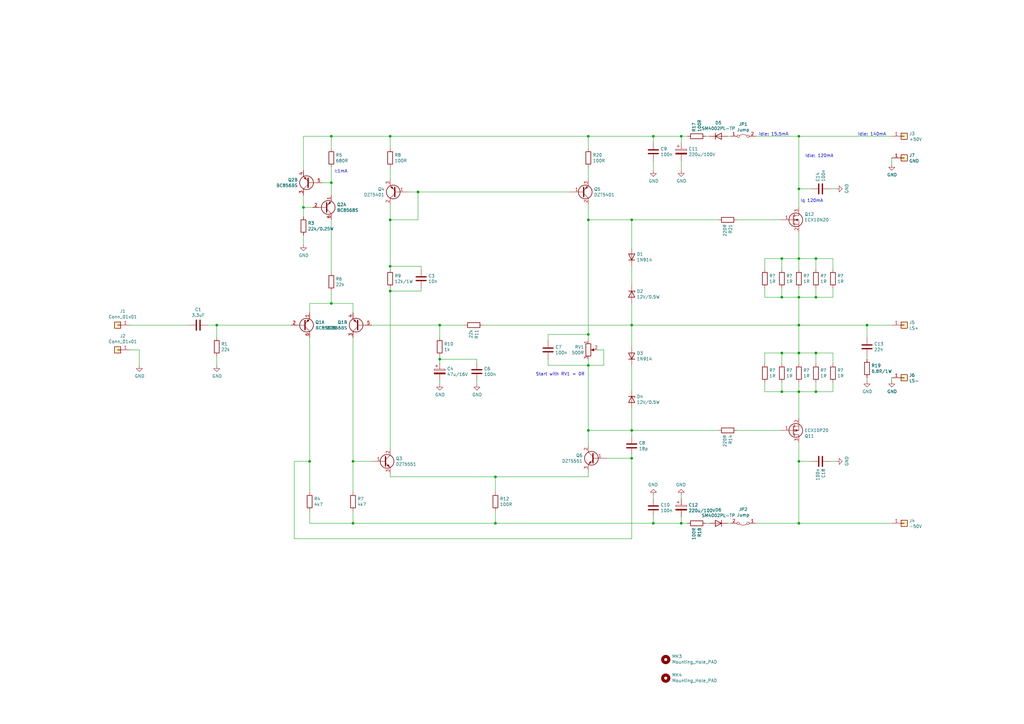
<source format=kicad_sch>
(kicad_sch (version 20211123) (generator eeschema)
  (paper "A3")
  (title_block (title "Lateral MOS FET 80W") (date "2022-12-30") (rev "v2d"))
  (lib_symbols
    (symbol "Connector_Generic:Conn_01x01" (pin_names (offset 1.016) hide)
      (property "Reference" "J" (at 0 2.54 0))
      (property "Value" "Conn_01x01" (at 0 -2.54 0))
      (symbol "Conn_01x01_1_1"
        (rectangle (start -1.27 0.127) (end 0 -0.127) (stroke (width 0.1524)))
        (rectangle (start -1.27 1.27) (end 1.27 -1.27) (stroke (width 0.254)) (fill (type background)))
        (pin passive line (at -5.08 0 0) (length 3.81) (name "Pin_1") (number "1"))
      )
    )
    (symbol "Device:C" (pin_numbers hide) (pin_names (offset 0.254))
      (property "Reference" "C" (at 0.635 2.54 0))
      (property "Value" "C" (at 0.635 -2.54 0))
      (symbol "C_0_1"
        (polyline (pts (xy -2.032 -0.762) (xy 2.032 -0.762)) (stroke (width 0.508)))
        (polyline (pts (xy -2.032 0.762) (xy 2.032 0.762)) (stroke (width 0.508)))
      )
      (symbol "C_1_1"
        (pin passive line (at 0 3.81 270) (length 2.794) (name "~") (number "1"))
        (pin passive line (at 0 -3.81 90) (length 2.794) (name "~") (number "2"))
      )
    )
    (symbol "Device:CP" (pin_numbers hide) (pin_names (offset 0.254))
      (property "Reference" "C" (at 0.635 2.54 0))
      (property "Value" "Device_CP" (at 0.635 -2.54 0))
      (symbol "CP_0_1"
        (rectangle (start -2.286 0.508) (end 2.286 1.016))
        (polyline (pts (xy -1.778 2.286) (xy -0.762 2.286)))
        (polyline (pts (xy -1.27 2.794) (xy -1.27 1.778)))
        (rectangle (start 2.286 -0.508) (end -2.286 -1.016) (fill (type outline)))
      )
      (symbol "CP_1_1"
        (pin passive line (at 0 3.81 270) (length 2.794) (name "~") (number "1"))
        (pin passive line (at 0 -3.81 90) (length 2.794) (name "~") (number "2"))
      )
    )
    (symbol "Device:R" (pin_numbers hide) (pin_names (offset 0))
      (property "Reference" "R" (at 2.032 0 90))
      (property "Value" "R" (at 0 0 90))
      (symbol "R_0_1"
        (rectangle (start -1.016 -2.54) (end 1.016 2.54) (stroke (width 0.254)))
      )
      (symbol "R_1_1"
        (pin passive line (at 0 3.81 270) (length 1.27) (name "~") (number "1"))
        (pin passive line (at 0 -3.81 90) (length 1.27) (name "~") (number "2"))
      )
    )
    (symbol "Device:R_POT" (pin_names (offset 1.016) hide)
      (property "Reference" "RV" (at -4.445 0 90))
      (property "Value" "Device_R_POT" (at -2.54 0 90))
      (symbol "R_POT_0_1"
        (polyline (pts (xy 2.54 0) (xy 1.524 0)))
        (polyline (pts (xy 1.143 0) (xy 2.286 0.508) (xy 2.286 -0.508) (xy 1.143 0)) (fill (type outline)))
        (rectangle (start 1.016 2.54) (end -1.016 -2.54) (stroke (width 0.254)))
      )
      (symbol "R_POT_1_1"
        (pin passive line (at 0 3.81 270) (length 1.27) (name "1") (number "1"))
        (pin passive line (at 3.81 0 180) (length 1.27) (name "2") (number "2"))
        (pin passive line (at 0 -3.81 90) (length 1.27) (name "3") (number "3"))
      )
    )
    (symbol "Diode:1N4002" (pin_numbers hide) (pin_names (offset 1.016) hide)
      (property "Reference" "D" (at 0 2.54 0))
      (property "Value" "1N4002" (at 0 -2.54 0))
      (symbol "1N4002_0_1"
        (polyline (pts (xy -1.27 1.27) (xy -1.27 -1.27)) (stroke (width 0.254)))
        (polyline (pts (xy 1.27 0) (xy -1.27 0)))
        (polyline (pts (xy 1.27 1.27) (xy 1.27 -1.27) (xy -1.27 0) (xy 1.27 1.27)) (stroke (width 0.254)))
      )
      (symbol "1N4002_1_1"
        (pin passive line (at -3.81 0 0) (length 2.54) (name "K") (number "1"))
        (pin passive line (at 3.81 0 180) (length 2.54) (name "A") (number "2"))
      )
    )
    (symbol "Diode:1N4148" (pin_numbers hide) (pin_names (offset 1.016) hide)
      (property "Reference" "D" (at 0 2.54 0))
      (property "Value" "1N4148" (at 0 -2.54 0))
      (symbol "1N4148_0_1"
        (polyline (pts (xy -1.27 1.27) (xy -1.27 -1.27)) (stroke (width 0.254)))
        (polyline (pts (xy 1.27 0) (xy -1.27 0)))
        (polyline (pts (xy 1.27 1.27) (xy 1.27 -1.27) (xy -1.27 0) (xy 1.27 1.27)) (stroke (width 0.254)))
      )
      (symbol "1N4148_1_1"
        (pin passive line (at -3.81 0 0) (length 2.54) (name "K") (number "1"))
        (pin passive line (at 3.81 0 180) (length 2.54) (name "A") (number "2"))
      )
    )
    (symbol "Diode:ZPDxx" (pin_numbers hide) (pin_names (offset 1.016) hide)
      (property "Reference" "D" (at 0 2.54 0))
      (property "Value" "ZPDxx" (at 0 -2.54 0))
      (symbol "ZPDxx_0_1"
        (polyline (pts (xy 1.27 0) (xy -1.27 0)))
        (polyline (pts (xy -1.27 -1.27) (xy -1.27 1.27) (xy -0.762 1.27)) (stroke (width 0.254)))
        (polyline (pts (xy 1.27 -1.27) (xy 1.27 1.27) (xy -1.27 0) (xy 1.27 -1.27)) (stroke (width 0.254)))
      )
      (symbol "ZPDxx_1_1"
        (pin passive line (at -3.81 0 0) (length 2.54) (name "K") (number "1"))
        (pin passive line (at 3.81 0 180) (length 2.54) (name "A") (number "2"))
      )
    )
    (symbol "Jumper:Jumper_2_Bridged" (pin_names (offset 0) hide)
      (property "Reference" "JP" (at 0 1.905 0))
      (property "Value" "Jumper_2_Bridged" (at 0 -2.54 0))
      (symbol "Jumper_2_Bridged_0_0"
        (circle (center -2.032 0) (radius 0.508))
        (circle (center 2.032 0) (radius 0.508))
      )
      (symbol "Jumper_2_Bridged_0_1"
        (arc (start 1.524 0.254) (mid 0 0.762) (end -1.524 0.254))
      )
      (symbol "Jumper_2_Bridged_1_1"
        (pin passive line (at -5.08 0 0) (length 2.54) (name "A") (number "1"))
        (pin passive line (at 5.08 0 180) (length 2.54) (name "B") (number "2"))
      )
    )
    (symbol "Mechanical:MountingHole" (pin_names (offset 1.016))
      (property "Reference" "H" (at 0 5.08 0))
      (property "Value" "MountingHole" (at 0 3.175 0))
      (symbol "MountingHole_0_1"
        (circle (center 0 0) (radius 1.27) (stroke (width 1.27)))
      )
    )
    (symbol "Transistor_BJT:BC856BS" (pin_names (offset 0) hide)
      (property "Reference" "Q" (at 5.08 1.27 0))
      (property "Value" "BC856BS" (at 5.08 -1.27 0))
      (symbol "BC856BS_0_1"
        (polyline (pts (xy 0.635 0) (xy -2.54 0)))
        (polyline (pts (xy 0.635 0.635) (xy 2.54 2.54)))
        (polyline (pts (xy 0.635 -0.635) (xy 2.54 -2.54) (xy 2.54 -2.54)))
        (polyline (pts (xy 0.635 1.905) (xy 0.635 -1.905) (xy 0.635 -1.905)) (stroke (width 0.508)))
        (polyline (pts (xy 2.286 -1.778) (xy 1.778 -2.286) (xy 1.27 -1.27) (xy 2.286 -1.778) (xy 2.286 -1.778)) (fill (type outline)))
        (circle (center 1.27 0) (radius 2.8194) (stroke (width 0.254)))
      )
      (symbol "BC856BS_1_1"
        (pin passive line (at 2.54 -5.08 90) (length 2.54) (name "E1") (number "1"))
        (pin input line (at -5.08 0 0) (length 2.54) (name "B1") (number "2"))
        (pin passive line (at 2.54 5.08 270) (length 2.54) (name "C1") (number "6"))
      )
      (symbol "BC856BS_2_1"
        (pin passive line (at 2.54 5.08 270) (length 2.54) (name "C2") (number "3"))
        (pin passive line (at 2.54 -5.08 90) (length 2.54) (name "E2") (number "4"))
        (pin input line (at -5.08 0 0) (length 2.54) (name "B2") (number "5"))
      )
    )
    (symbol "kicad-snk:DZT5401" (pin_names (offset 0) hide)
      (property "Reference" "Q" (at 5.08 1.905 0))
      (property "Value" "kicad-snk_DZT5401" (at 5.08 0 0))
      (symbol "DZT5401_0_1"
        (polyline (pts (xy 0.635 0.635) (xy 2.54 2.54)))
        (polyline (pts (xy 0.635 -0.635) (xy 2.54 -2.54) (xy 2.54 -2.54)))
        (polyline (pts (xy 0.635 1.905) (xy 0.635 -1.905) (xy 0.635 -1.905)) (stroke (width 0.508)))
        (polyline (pts (xy 2.286 -1.778) (xy 1.778 -2.286) (xy 1.27 -1.27) (xy 2.286 -1.778) (xy 2.286 -1.778)) (fill (type outline)))
        (circle (center 1.27 0) (radius 2.8194) (stroke (width 0.254)))
      )
      (symbol "DZT5401_1_1"
        (pin input line (at -5.08 0 0) (length 5.715) (name "B") (number "1"))
        (pin passive line (at 2.54 5.08 270) (length 2.54) (name "C") (number "2"))
        (pin passive line (at 2.54 -5.08 90) (length 2.54) (name "E") (number "3"))
      )
    )
    (symbol "kicad-snk:DZT5551" (pin_names (offset 0) hide)
      (property "Reference" "Q" (at 5.08 1.905 0))
      (property "Value" "kicad-snk_DZT5551" (at 5.08 0 0))
      (symbol "DZT5551_0_1"
        (polyline (pts (xy 0.635 0.635) (xy 2.54 2.54)))
        (polyline (pts (xy 0.635 -0.635) (xy 2.54 -2.54) (xy 2.54 -2.54)))
        (polyline (pts (xy 0.635 1.905) (xy 0.635 -1.905) (xy 0.635 -1.905)) (stroke (width 0.508)))
        (polyline (pts (xy 1.27 -1.778) (xy 1.778 -1.27) (xy 2.286 -2.286) (xy 1.27 -1.778) (xy 1.27 -1.778)) (fill (type outline)))
        (circle (center 1.27 0) (radius 2.8194) (stroke (width 0.254)))
      )
      (symbol "DZT5551_1_1"
        (pin input line (at -5.08 0 0) (length 5.715) (name "B") (number "1"))
        (pin passive line (at 2.54 5.08 270) (length 2.54) (name "C") (number "2"))
        (pin passive line (at 2.54 -5.08 90) (length 2.54) (name "E") (number "3"))
      )
    )
    (symbol "kicad-snk:Q_NMOS_GSD" (pin_names (offset 0) hide)
      (property "Reference" "Q" (at 7.62 1.27 0))
      (property "Value" "kicad-snk_Q_NMOS_GSD" (at 16.51 -1.27 0))
      (symbol "Q_NMOS_GSD_0_1"
        (polyline (pts (xy 0.762 -1.778) (xy 2.54 -1.778)))
        (polyline (pts (xy 0.762 -1.27) (xy 0.762 -2.286)) (stroke (width 0.254)))
        (polyline (pts (xy 0.762 0) (xy 2.54 0)))
        (polyline (pts (xy 0.762 0.508) (xy 0.762 -0.508)) (stroke (width 0.254)))
        (polyline (pts (xy 0.762 1.778) (xy 2.54 1.778)))
        (polyline (pts (xy 0.762 2.286) (xy 0.762 1.27)) (stroke (width 0.254)))
        (polyline (pts (xy 2.54 -1.778) (xy 2.54 -2.54)))
        (polyline (pts (xy 2.54 -1.778) (xy 2.54 0)))
        (polyline (pts (xy 2.54 2.54) (xy 2.54 1.778)))
        (polyline (pts (xy 0.254 1.905) (xy 0.254 -1.905) (xy 0.254 -1.905)) (stroke (width 0.254)))
        (polyline (pts (xy 1.016 0) (xy 2.032 0.381) (xy 2.032 -0.381) (xy 1.016 0)) (fill (type outline)))
        (circle (center 1.27 0) (radius 2.8194) (stroke (width 0.254)))
      )
      (symbol "Q_NMOS_GSD_1_1"
        (pin input line (at -5.08 0 0) (length 5.334) (name "G") (number "1"))
        (pin passive line (at 2.54 -5.08 90) (length 2.54) (name "S") (number "2"))
        (pin passive line (at 2.54 5.08 270) (length 2.54) (name "D") (number "3"))
      )
    )
    (symbol "kicad-snk:Q_PMOS_GSD" (pin_names (offset 0) hide)
      (property "Reference" "Q" (at 7.62 1.27 0))
      (property "Value" "kicad-snk_Q_PMOS_GSD" (at 16.51 -1.27 0))
      (symbol "Q_PMOS_GSD_0_1"
        (polyline (pts (xy 0.762 -1.778) (xy 2.54 -1.778)))
        (polyline (pts (xy 0.762 -1.27) (xy 0.762 -2.286)) (stroke (width 0.254)))
        (polyline (pts (xy 0.762 0) (xy 2.54 0)))
        (polyline (pts (xy 0.762 0.508) (xy 0.762 -0.508)) (stroke (width 0.254)))
        (polyline (pts (xy 0.762 1.778) (xy 2.54 1.778)))
        (polyline (pts (xy 0.762 2.286) (xy 0.762 1.27)) (stroke (width 0.254)))
        (polyline (pts (xy 2.54 -1.778) (xy 2.54 -2.54)))
        (polyline (pts (xy 2.54 -1.778) (xy 2.54 0)))
        (polyline (pts (xy 2.54 2.54) (xy 2.54 1.778)))
        (polyline (pts (xy 0.254 1.905) (xy 0.254 -1.905) (xy 0.254 -1.905)) (stroke (width 0.254)))
        (polyline (pts (xy 2.286 0) (xy 1.27 -0.381) (xy 1.27 0.381) (xy 2.286 0)) (fill (type outline)))
        (circle (center 1.27 0) (radius 2.8194) (stroke (width 0.254)))
      )
      (symbol "Q_PMOS_GSD_1_1"
        (pin input line (at -5.08 0 0) (length 5.334) (name "G") (number "1"))
        (pin passive line (at 2.54 -5.08 90) (length 2.54) (name "D") (number "2"))
        (pin passive line (at 2.54 5.08 270) (length 2.54) (name "S") (number "3"))
      )
    )
    (symbol "power:GND" (power) (pin_names (offset 0))
      (property "Value" "GND" (at 0 -3.81 0))
      (symbol "GND_0_1"
        (polyline (pts (xy 0 0) (xy 0 -1.27) (xy 1.27 -1.27) (xy 0 -2.54) (xy -1.27 -1.27) (xy 0 -1.27)))
      )
      (symbol "GND_1_1"
        (pin power_in line (at 0 0 270) (length 0) hide (name "GND") (number "1"))
      )
    )
  )
  (junction (at 241.3 55.88))
  (junction (at 135.89 74.93))
  (junction (at 180.34 133.35))
  (junction (at 320.675 106.045))
  (junction (at 259.08 90.17))
  (junction (at 327.66 77.47))
  (junction (at 241.3 137.16))
  (junction (at 334.645 106.045))
  (junction (at 160.02 90.17))
  (junction (at 327.66 144.78))
  (junction (at 135.89 124.46))
  (junction (at 320.675 160.655))
  (junction (at 355.6 133.35))
  (junction (at 267.97 214.63))
  (junction (at 88.9 133.35))
  (junction (at 259.08 133.35))
  (junction (at 320.675 144.78))
  (junction (at 160.02 109.22))
  (junction (at 334.645 144.78))
  (junction (at 241.3 149.86))
  (junction (at 267.97 55.88))
  (junction (at 327.66 189.23))
  (junction (at 279.4 55.88))
  (junction (at 327.66 160.655))
  (junction (at 171.45 78.74))
  (junction (at 327.66 55.88))
  (junction (at 203.2 214.63))
  (junction (at 135.89 55.88))
  (junction (at 144.78 189.23))
  (junction (at 241.3 90.17))
  (junction (at 203.2 195.58))
  (junction (at 327.66 133.35))
  (junction (at 334.645 121.92))
  (junction (at 327.66 121.92))
  (junction (at 327.66 214.63))
  (junction (at 127 189.23))
  (junction (at 241.3 176.53))
  (junction (at 259.08 187.96))
  (junction (at 124.46 85.09))
  (junction (at 160.02 55.88))
  (junction (at 160.02 119.38))
  (junction (at 259.08 176.53))
  (junction (at 180.34 147.32))
  (junction (at 144.78 214.63))
  (junction (at 279.4 214.63))
  (junction (at 320.675 121.92))
  (junction (at 327.66 106.045))
  (junction (at 334.645 160.655))
  (wire (pts (xy 313.69 121.92) (xy 320.675 121.92)))
  (wire (pts (xy 320.675 149.225) (xy 320.675 144.78)))
  (wire (pts (xy 57.15 143.51) (xy 53.34 143.51)))
  (wire (pts (xy 247.65 149.86) (xy 247.65 143.51)))
  (wire (pts (xy 309.88 214.63) (xy 327.66 214.63)))
  (wire (pts (xy 341.63 106.045) (xy 334.645 106.045)))
  (wire (pts (xy 195.58 147.32) (xy 180.34 147.32)))
  (wire (pts (xy 313.69 156.845) (xy 313.69 160.655)))
  (wire (pts (xy 160.02 194.31) (xy 160.02 195.58)))
  (wire (pts (xy 327.66 214.63) (xy 327.66 189.23)))
  (wire (pts (xy 327.66 77.47) (xy 327.66 85.09)))
  (wire (pts (xy 259.08 176.53) (xy 241.3 176.53)))
  (wire (pts (xy 259.08 133.35) (xy 327.66 133.35)))
  (wire (pts (xy 195.58 148.59) (xy 195.58 147.32)))
  (wire (pts (xy 259.08 90.17) (xy 259.08 101.6)))
  (wire (pts (xy 144.78 138.43) (xy 144.78 189.23)))
  (wire (pts (xy 135.89 119.38) (xy 135.89 124.46)))
  (wire (pts (xy 267.97 55.88) (xy 267.97 58.42)))
  (wire (pts (xy 53.34 133.35) (xy 77.47 133.35)))
  (wire (pts (xy 259.08 124.46) (xy 259.08 133.35)))
  (wire (pts (xy 267.97 66.04) (xy 267.97 69.85)))
  (wire (pts (xy 332.74 77.47) (xy 327.66 77.47)))
  (wire (pts (xy 172.72 110.49) (xy 172.72 109.22)))
  (wire (pts (xy 332.74 189.23) (xy 327.66 189.23)))
  (wire (pts (xy 135.89 74.93) (xy 135.89 68.58)))
  (wire (pts (xy 341.63 118.11) (xy 341.63 121.92)))
  (wire (pts (xy 320.675 110.49) (xy 320.675 106.045)))
  (wire (pts (xy 334.645 110.49) (xy 334.645 106.045)))
  (wire (pts (xy 279.4 55.88) (xy 279.4 58.42)))
  (wire (pts (xy 120.65 220.98) (xy 259.08 220.98)))
  (wire (pts (xy 180.34 147.32) (xy 180.34 146.05)))
  (wire (pts (xy 334.645 144.78) (xy 327.66 144.78)))
  (wire (pts (xy 241.3 149.86) (xy 247.65 149.86)))
  (wire (pts (xy 334.645 149.225) (xy 334.645 144.78)))
  (wire (pts (xy 241.3 55.88) (xy 160.02 55.88)))
  (wire (pts (xy 313.69 160.655) (xy 320.675 160.655)))
  (wire (pts (xy 120.65 189.23) (xy 120.65 220.98)))
  (wire (pts (xy 327.66 121.92) (xy 327.66 133.35)))
  (wire (pts (xy 144.78 214.63) (xy 203.2 214.63)))
  (wire (pts (xy 290.83 55.88) (xy 289.56 55.88)))
  (wire (pts (xy 327.66 133.35) (xy 355.6 133.35)))
  (wire (pts (xy 241.3 90.17) (xy 241.3 83.82)))
  (wire (pts (xy 302.26 176.53) (xy 320.04 176.53)))
  (wire (pts (xy 313.69 110.49) (xy 313.69 106.045)))
  (wire (pts (xy 320.675 106.045) (xy 327.66 106.045)))
  (wire (pts (xy 241.3 149.86) (xy 241.3 176.53)))
  (wire (pts (xy 160.02 90.17) (xy 160.02 83.82)))
  (wire (pts (xy 203.2 195.58) (xy 241.3 195.58)))
  (wire (pts (xy 132.08 74.93) (xy 135.89 74.93)))
  (wire (pts (xy 171.45 90.17) (xy 171.45 78.74)))
  (wire (pts (xy 160.02 60.96) (xy 160.02 55.88)))
  (wire (pts (xy 298.45 55.88) (xy 299.72 55.88)))
  (wire (pts (xy 127 128.27) (xy 127 124.46)))
  (wire (pts (xy 365.76 64.77) (xy 365.76 67.31)))
  (wire (pts (xy 241.3 139.7) (xy 241.3 137.16)))
  (wire (pts (xy 259.08 160.02) (xy 259.08 149.86)))
  (wire (pts (xy 127 124.46) (xy 135.89 124.46)))
  (wire (pts (xy 135.89 55.88) (xy 124.46 55.88)))
  (wire (pts (xy 320.675 160.655) (xy 327.66 160.655)))
  (wire (pts (xy 327.66 77.47) (xy 327.66 55.88)))
  (wire (pts (xy 241.3 147.32) (xy 241.3 149.86)))
  (wire (pts (xy 241.3 73.66) (xy 241.3 68.58)))
  (wire (pts (xy 127 201.93) (xy 127 189.23)))
  (wire (pts (xy 160.02 119.38) (xy 160.02 118.11)))
  (wire (pts (xy 172.72 118.11) (xy 172.72 119.38)))
  (wire (pts (xy 267.97 214.63) (xy 203.2 214.63)))
  (wire (pts (xy 327.66 106.045) (xy 327.66 110.49)))
  (wire (pts (xy 327.66 189.23) (xy 327.66 181.61)))
  (wire (pts (xy 320.675 121.92) (xy 327.66 121.92)))
  (wire (pts (xy 355.6 138.43) (xy 355.6 133.35)))
  (wire (pts (xy 327.66 160.655) (xy 334.645 160.655)))
  (wire (pts (xy 313.69 149.225) (xy 313.69 144.78)))
  (wire (pts (xy 88.9 149.86) (xy 88.9 146.05)))
  (wire (pts (xy 135.89 80.01) (xy 135.89 74.93)))
  (wire (pts (xy 355.6 156.21) (xy 355.6 154.94)))
  (wire (pts (xy 180.34 133.35) (xy 152.4 133.35)))
  (wire (pts (xy 241.3 176.53) (xy 241.3 182.88)))
  (wire (pts (xy 160.02 73.66) (xy 160.02 68.58)))
  (wire (pts (xy 224.79 139.7) (xy 224.79 137.16)))
  (wire (pts (xy 302.26 90.17) (xy 320.04 90.17)))
  (wire (pts (xy 342.9 77.47) (xy 340.36 77.47)))
  (wire (pts (xy 279.4 214.63) (xy 267.97 214.63)))
  (wire (pts (xy 309.88 55.88) (xy 327.66 55.88)))
  (wire (pts (xy 279.4 212.09) (xy 279.4 214.63)))
  (wire (pts (xy 124.46 80.01) (xy 124.46 85.09)))
  (wire (pts (xy 259.08 90.17) (xy 294.64 90.17)))
  (wire (pts (xy 355.6 147.32) (xy 355.6 146.05)))
  (wire (pts (xy 341.63 149.225) (xy 341.63 144.78)))
  (wire (pts (xy 180.34 148.59) (xy 180.34 147.32)))
  (wire (pts (xy 195.58 157.48) (xy 195.58 156.21)))
  (wire (pts (xy 327.66 55.88) (xy 365.76 55.88)))
  (wire (pts (xy 88.9 138.43) (xy 88.9 133.35)))
  (wire (pts (xy 171.45 78.74) (xy 233.68 78.74)))
  (wire (pts (xy 203.2 214.63) (xy 203.2 209.55)))
  (wire (pts (xy 124.46 100.33) (xy 124.46 96.52)))
  (wire (pts (xy 299.72 214.63) (xy 298.45 214.63)))
  (wire (pts (xy 160.02 90.17) (xy 171.45 90.17)))
  (wire (pts (xy 135.89 60.96) (xy 135.89 55.88)))
  (wire (pts (xy 160.02 119.38) (xy 160.02 184.15)))
  (wire (pts (xy 365.76 133.35) (xy 355.6 133.35)))
  (wire (pts (xy 259.08 176.53) (xy 294.64 176.53)))
  (wire (pts (xy 281.94 55.88) (xy 279.4 55.88)))
  (wire (pts (xy 341.63 144.78) (xy 334.645 144.78)))
  (wire (pts (xy 248.92 187.96) (xy 259.08 187.96)))
  (wire (pts (xy 127 214.63) (xy 144.78 214.63)))
  (wire (pts (xy 160.02 195.58) (xy 203.2 195.58)))
  (wire (pts (xy 224.79 147.32) (xy 224.79 149.86)))
  (wire (pts (xy 160.02 55.88) (xy 135.89 55.88)))
  (wire (pts (xy 241.3 55.88) (xy 241.3 60.96)))
  (wire (pts (xy 320.675 118.11) (xy 320.675 121.92)))
  (wire (pts (xy 313.69 106.045) (xy 320.675 106.045)))
  (wire (pts (xy 144.78 214.63) (xy 144.78 209.55)))
  (wire (pts (xy 135.89 124.46) (xy 144.78 124.46)))
  (wire (pts (xy 341.63 110.49) (xy 341.63 106.045)))
  (wire (pts (xy 160.02 119.38) (xy 172.72 119.38)))
  (wire (pts (xy 327.66 118.11) (xy 327.66 121.92)))
  (wire (pts (xy 279.4 66.04) (xy 279.4 69.85)))
  (wire (pts (xy 124.46 85.09) (xy 124.46 88.9)))
  (wire (pts (xy 334.645 106.045) (xy 327.66 106.045)))
  (wire (pts (xy 85.09 133.35) (xy 88.9 133.35)))
  (wire (pts (xy 341.63 160.655) (xy 334.645 160.655)))
  (wire (pts (xy 241.3 195.58) (xy 241.3 193.04)))
  (wire (pts (xy 327.66 95.25) (xy 327.66 106.045)))
  (wire (pts (xy 160.02 109.22) (xy 172.72 109.22)))
  (wire (pts (xy 160.02 110.49) (xy 160.02 109.22)))
  (wire (pts (xy 320.675 144.78) (xy 327.66 144.78)))
  (wire (pts (xy 267.97 204.47) (xy 267.97 203.2)))
  (wire (pts (xy 327.66 133.35) (xy 327.66 144.78)))
  (wire (pts (xy 180.34 157.48) (xy 180.34 156.21)))
  (wire (pts (xy 259.08 176.53) (xy 259.08 167.64)))
  (wire (pts (xy 88.9 133.35) (xy 119.38 133.35)))
  (wire (pts (xy 342.9 189.23) (xy 340.36 189.23)))
  (wire (pts (xy 320.675 156.845) (xy 320.675 160.655)))
  (wire (pts (xy 198.12 133.35) (xy 259.08 133.35)))
  (wire (pts (xy 224.79 149.86) (xy 241.3 149.86)))
  (wire (pts (xy 167.64 78.74) (xy 171.45 78.74)))
  (wire (pts (xy 127 209.55) (xy 127 214.63)))
  (wire (pts (xy 245.11 143.51) (xy 247.65 143.51)))
  (wire (pts (xy 241.3 90.17) (xy 241.3 137.16)))
  (wire (pts (xy 144.78 124.46) (xy 144.78 128.27)))
  (wire (pts (xy 144.78 201.93) (xy 144.78 189.23)))
  (wire (pts (xy 341.63 121.92) (xy 334.645 121.92)))
  (wire (pts (xy 259.08 187.96) (xy 259.08 186.69)))
  (wire (pts (xy 290.83 214.63) (xy 289.56 214.63)))
  (wire (pts (xy 327.66 156.845) (xy 327.66 160.655)))
  (wire (pts (xy 327.66 171.45) (xy 327.66 160.655)))
  (wire (pts (xy 327.66 214.63) (xy 365.76 214.63)))
  (wire (pts (xy 279.4 203.2) (xy 279.4 204.47)))
  (wire (pts (xy 124.46 55.88) (xy 124.46 69.85)))
  (wire (pts (xy 327.66 144.78) (xy 327.66 149.225)))
  (wire (pts (xy 241.3 90.17) (xy 259.08 90.17)))
  (wire (pts (xy 334.645 118.11) (xy 334.645 121.92)))
  (wire (pts (xy 128.27 85.09) (xy 124.46 85.09)))
  (wire (pts (xy 334.645 121.92) (xy 327.66 121.92)))
  (wire (pts (xy 313.69 144.78) (xy 320.675 144.78)))
  (wire (pts (xy 57.15 149.86) (xy 57.15 143.51)))
  (wire (pts (xy 341.63 156.845) (xy 341.63 160.655)))
  (wire (pts (xy 160.02 109.22) (xy 160.02 90.17)))
  (wire (pts (xy 259.08 142.24) (xy 259.08 133.35)))
  (wire (pts (xy 334.645 156.845) (xy 334.645 160.655)))
  (wire (pts (xy 180.34 133.35) (xy 190.5 133.35)))
  (wire (pts (xy 127 138.43) (xy 127 189.23)))
  (wire (pts (xy 313.69 118.11) (xy 313.69 121.92)))
  (wire (pts (xy 127 189.23) (xy 120.65 189.23)))
  (wire (pts (xy 224.79 137.16) (xy 241.3 137.16)))
  (wire (pts (xy 267.97 212.09) (xy 267.97 214.63)))
  (wire (pts (xy 267.97 55.88) (xy 241.3 55.88)))
  (wire (pts (xy 259.08 109.22) (xy 259.08 116.84)))
  (wire (pts (xy 180.34 138.43) (xy 180.34 133.35)))
  (wire (pts (xy 279.4 55.88) (xy 267.97 55.88)))
  (wire (pts (xy 259.08 220.98) (xy 259.08 187.96)))
  (wire (pts (xy 203.2 201.93) (xy 203.2 195.58)))
  (wire (pts (xy 281.94 214.63) (xy 279.4 214.63)))
  (wire (pts (xy 259.08 179.07) (xy 259.08 176.53)))
  (wire (pts (xy 135.89 111.76) (xy 135.89 90.17)))
  (wire (pts (xy 365.76 156.21) (xy 365.76 154.94)))
  (wire (pts (xy 152.4 189.23) (xy 144.78 189.23)))
  (text "Idle: 120mA" (at 330.2 64.77 0) (effects (font (size 1.27 1.27)) (justify left bottom)))
  (text "Iq 120mA" (at 328.295 83.185 0) (effects (font (size 1.27 1.27)) (justify left bottom)))
  (text "Idle: 15.5mA" (at 311.15 55.88 0) (effects (font (size 1.27 1.27)) (justify left bottom)))
  (text "Idle: 140mA" (at 351.79 55.88 0) (effects (font (size 1.27 1.27)) (justify left bottom)))
  (text "I:1mA" (at 137.16 71.12 0) (effects (font (size 1.27 1.27)) (justify left bottom)))
  (text "Start with RV1 = 0R" (at 219.71 154.305 0) (effects (font (size 1.27 1.27)) (justify left bottom)))
  (symbol (lib_id "Device:C") (at 81.28 133.35 270) (unit 1)
    (property "Reference" "C1" (at 81.28 126.9492 90))
    (property "Value" "3.3uF" (at 81.28 129.2606 90))
    (property "Footprint" "Capacitor_THT:C_Rect_L7.2mm_W7.2mm_P5.00mm_FKS2_FKP2_MKS2_MKP2" (effects hide))
  )
  (symbol (lib_id "power:GND") (at 88.9 149.86 0) (unit 1)
    (property "Reference" "#PWR0101" (effects hide))
    (property "Value" "GND" (at 89.027 154.2542 0))
  )
  (symbol (lib_id "Device:R") (at 88.9 142.24 0) (unit 1)
    (property "Reference" "R1" (at 90.678 141.0716 0) (effects (justify left)))
    (property "Value" "22k" (at 90.678 143.383 0) (effects (justify left)))
    (property "Footprint" "Resistor_SMD:R_0805_2012Metric_Pad1.20x1.40mm_HandSolder" (effects hide))
  )
  (symbol (lib_id "power:GND") (at 57.15 149.86 0) (unit 1)
    (property "Reference" "#PWR0102" (effects hide))
    (property "Value" "GND" (at 57.277 154.2542 0))
  )
  (symbol (lib_id "Connector_Generic:Conn_01x01") (at 48.26 133.35 180) (unit 1)
    (property "Reference" "J1" (at 50.3428 127.635 0))
    (property "Value" "Conn_01x01" (at 50.3428 129.9464 0))
    (property "Footprint" "Connector_Pin:Pin_D1.0mm_L10.0mm" (effects hide))
  )
  (symbol (lib_id "Connector_Generic:Conn_01x01") (at 48.26 143.51 180) (unit 1)
    (property "Reference" "J2" (at 50.3428 137.795 0))
    (property "Value" "Conn_01x01" (at 50.3428 140.1064 0))
    (property "Footprint" "Connector_Pin:Pin_D1.0mm_L10.0mm" (effects hide))
  )
  (symbol (lib_id "Device:R") (at 135.89 115.57 0) (unit 1)
    (property "Reference" "R6" (at 137.668 114.4016 0) (effects (justify left)))
    (property "Value" "22k" (at 137.668 116.713 0) (effects (justify left)))
    (property "Footprint" "Resistor_SMD:R_0805_2012Metric_Pad1.20x1.40mm_HandSolder" (effects hide))
  )
  (symbol (lib_id "Device:R") (at 124.46 92.71 0) (unit 1)
    (property "Reference" "R3" (at 126.238 91.5416 0) (effects (justify left)))
    (property "Value" "22k/0.25W" (at 126.238 93.853 0) (effects (justify left)))
    (property "Footprint" "Resistor_SMD:R_0805_2012Metric_Pad1.20x1.40mm_HandSolder" (effects hide))
  )
  (symbol (lib_id "power:GND") (at 124.46 100.33 0) (unit 1)
    (property "Reference" "#PWR0103" (effects hide))
    (property "Value" "GND" (at 124.587 104.7242 0))
  )
  (symbol (lib_id "Jumper:Jumper_2_Bridged") (at 304.8 55.88 0) (unit 1)
    (property "Reference" "JP1" (at 304.8 50.927 0))
    (property "Value" "Jump" (at 304.8 53.2384 0))
    (property "Footprint" "Connector_PinHeader_2.54mm:PinHeader_1x02_P2.54mm_Vertical" (effects hide))
  )
  (symbol (lib_id "Device:R") (at 135.89 64.77 0) (unit 1)
    (property "Reference" "R5" (at 137.668 63.6016 0) (effects (justify left)))
    (property "Value" "680R" (at 137.668 65.913 0) (effects (justify left)))
    (property "Footprint" "Resistor_SMD:R_0805_2012Metric_Pad1.20x1.40mm_HandSolder" (effects hide))
  )
  (symbol (lib_id "Jumper:Jumper_2_Bridged") (at 304.8 214.63 180) (unit 1)
    (property "Reference" "JP2" (at 304.8 208.915 0))
    (property "Value" "Jump" (at 304.8 211.2264 0))
    (property "Footprint" "Connector_PinHeader_2.54mm:PinHeader_1x02_P2.54mm_Vertical" (effects hide))
  )
  (symbol (lib_id "Device:R") (at 160.02 64.77 0) (unit 1)
    (property "Reference" "R8" (at 161.798 63.6016 0) (effects (justify left)))
    (property "Value" "100R" (at 161.798 65.913 0) (effects (justify left)))
    (property "Footprint" "Resistor_SMD:R_0805_2012Metric_Pad1.20x1.40mm_HandSolder" (effects hide))
  )
  (symbol (lib_id "Device:CP") (at 180.34 152.4 0) (unit 1)
    (property "Reference" "C4" (at 183.3372 151.2316 0) (effects (justify left)))
    (property "Value" "47u/16V" (at 183.3372 153.543 0) (effects (justify left)))
    (property "Footprint" "Capacitor_THT:CP_Radial_D5.0mm_P2.00mm" (effects hide))
  )
  (symbol (lib_id "Device:C") (at 195.58 152.4 0) (unit 1)
    (property "Reference" "C6" (at 198.501 151.2316 0) (effects (justify left)))
    (property "Value" "100n" (at 198.501 153.543 0) (effects (justify left)))
    (property "Footprint" "Capacitor_THT:C_Rect_L7.2mm_W2.5mm_P5.00mm_FKS2_FKP2_MKS2_MKP2" (effects hide))
  )
  (symbol (lib_id "Device:R") (at 180.34 142.24 0) (unit 1)
    (property "Reference" "R10" (at 182.118 141.0716 0) (effects (justify left)))
    (property "Value" "1k" (at 182.118 143.383 0) (effects (justify left)))
    (property "Footprint" "Resistor_SMD:R_0805_2012Metric_Pad1.20x1.40mm_HandSolder" (effects hide))
  )
  (symbol (lib_id "Device:R") (at 144.78 205.74 0) (unit 1)
    (property "Reference" "R7" (at 146.558 204.5716 0) (effects (justify left)))
    (property "Value" "4k7" (at 146.558 206.883 0) (effects (justify left)))
    (property "Footprint" "Resistor_SMD:R_0805_2012Metric_Pad1.20x1.40mm_HandSolder" (effects hide))
  )
  (symbol (lib_id "Device:R") (at 127 205.74 0) (unit 1)
    (property "Reference" "R4" (at 128.778 204.5716 0) (effects (justify left)))
    (property "Value" "4k7" (at 128.778 206.883 0) (effects (justify left)))
    (property "Footprint" "Resistor_SMD:R_0805_2012Metric_Pad1.20x1.40mm_HandSolder" (effects hide))
  )
  (symbol (lib_id "Device:R") (at 160.02 114.3 0) (unit 1)
    (property "Reference" "R9" (at 161.798 113.1316 0) (effects (justify left)))
    (property "Value" "12k/1W" (at 161.798 115.443 0) (effects (justify left)))
    (property "Footprint" "Resistor_SMD:R_1206_3216Metric_Pad1.30x1.75mm_HandSolder" (effects hide))
  )
  (symbol (lib_id "Device:R") (at 194.31 133.35 270) (unit 1)
    (property "Reference" "R11" (at 195.4784 135.128 0) (effects (justify left)))
    (property "Value" "22k" (at 193.167 135.128 0) (effects (justify left)))
    (property "Footprint" "Resistor_SMD:R_0805_2012Metric_Pad1.20x1.40mm_HandSolder" (effects hide))
  )
  (symbol (lib_id "Device:C") (at 172.72 114.3 0) (unit 1)
    (property "Reference" "C3" (at 175.641 113.1316 0) (effects (justify left)))
    (property "Value" "10n" (at 175.641 115.443 0) (effects (justify left)))
    (property "Footprint" "Capacitor_THT:C_Rect_L7.2mm_W2.5mm_P5.00mm_FKS2_FKP2_MKS2_MKP2" (effects hide))
  )
  (symbol (lib_id "Connector_Generic:Conn_01x01") (at 370.84 55.88 0) (unit 1)
    (property "Reference" "J3" (at 372.872 54.8132 0) (effects (justify left)))
    (property "Value" "+50V" (at 372.872 57.1246 0) (effects (justify left)))
    (property "Footprint" "kicad-snk:TE-726386-2_Pitch5.08mm_Drill1.3mm" (effects hide))
  )
  (symbol (lib_id "Connector_Generic:Conn_01x01") (at 370.84 214.63 0) (unit 1)
    (property "Reference" "J4" (at 372.872 213.5632 0) (effects (justify left)))
    (property "Value" "-50V" (at 372.872 215.8746 0) (effects (justify left)))
    (property "Footprint" "kicad-snk:TE-726386-2_Pitch5.08mm_Drill1.3mm" (effects hide))
  )
  (symbol (lib_id "power:GND") (at 355.6 156.21 0) (unit 1)
    (property "Reference" "#PWR0109" (effects hide))
    (property "Value" "GND" (at 355.727 160.6042 0))
  )
  (symbol (lib_id "Connector_Generic:Conn_01x01") (at 370.84 154.94 0) (unit 1)
    (property "Reference" "J6" (at 372.872 153.8732 0) (effects (justify left)))
    (property "Value" "LS-" (at 372.872 156.1846 0) (effects (justify left)))
    (property "Footprint" "kicad-snk:TE-726386-2_Pitch5.08mm_Drill1.3mm" (effects hide))
  )
  (symbol (lib_id "Connector_Generic:Conn_01x01") (at 370.84 133.35 0) (unit 1)
    (property "Reference" "J5" (at 372.872 132.2832 0) (effects (justify left)))
    (property "Value" "LS+" (at 372.872 134.5946 0) (effects (justify left)))
    (property "Footprint" "kicad-snk:TE-726386-2_Pitch5.08mm_Drill1.3mm" (effects hide))
  )
  (symbol (lib_id "power:GND") (at 365.76 156.21 0) (unit 1)
    (property "Reference" "#PWR0110" (effects hide))
    (property "Value" "GND" (at 365.887 160.6042 0))
  )
  (symbol (lib_id "Device:R_POT") (at 241.3 143.51 0) (unit 1)
    (property "Reference" "RV1" (at 239.5474 142.3416 0) (effects (justify right)))
    (property "Value" "500R" (at 239.5474 144.653 0) (effects (justify right)))
    (property "Footprint" "Potentiometer_THT:Potentiometer_Bourns_3296W_Vertical" (effects hide))
  )
  (symbol (lib_id "Device:C") (at 224.79 143.51 180) (unit 1)
    (property "Reference" "C7" (at 227.711 142.3416 0) (effects (justify right)))
    (property "Value" "100n" (at 227.711 144.653 0) (effects (justify right)))
    (property "Footprint" "Capacitor_THT:C_Rect_L7.2mm_W2.5mm_P5.00mm_FKS2_FKP2_MKS2_MKP2" (effects hide))
  )
  (symbol (lib_id "Device:R") (at 203.2 205.74 0) (unit 1)
    (property "Reference" "R12" (at 204.978 204.5716 0) (effects (justify left)))
    (property "Value" "100R" (at 204.978 206.883 0) (effects (justify left)))
    (property "Footprint" "Resistor_SMD:R_0805_2012Metric_Pad1.20x1.40mm_HandSolder" (effects hide))
  )
  (symbol (lib_id "Diode:1N4148") (at 259.08 105.41 90) (unit 1)
    (property "Reference" "D1" (at 261.112 104.2416 90) (effects (justify right)))
    (property "Value" "1N914" (at 261.112 106.553 90) (effects (justify right)))
    (property "Footprint" "Diode_SMD:D_SOD-123" (effects hide))
    (property "Datasheet" "https://assets.nexperia.com/documents/data-sheet/1N4148_1N4448.pdf" (effects hide))
  )
  (symbol (lib_id "Diode:ZPDxx") (at 259.08 120.65 270) (unit 1)
    (property "Reference" "D2" (at 261.112 119.4816 90) (effects (justify left)))
    (property "Value" "12V/0.5W" (at 261.112 121.793 90) (effects (justify left)))
    (property "Footprint" "Diode_SMD:D_SOD-123" (effects hide))
    (property "Datasheet" "http://diotec.com/tl_files/diotec/files/pdf/datasheets/zpd1" (effects hide))
  )
  (symbol (lib_id "Diode:1N4148") (at 259.08 146.05 90) (unit 1)
    (property "Reference" "D3" (at 261.112 144.8816 90) (effects (justify right)))
    (property "Value" "1N914" (at 261.112 147.193 90) (effects (justify right)))
    (property "Footprint" "Diode_SMD:D_SOD-123" (effects hide))
    (property "Datasheet" "https://assets.nexperia.com/documents/data-sheet/1N4148_1N4448.pdf" (effects hide))
  )
  (symbol (lib_id "Diode:ZPDxx") (at 259.08 163.83 270) (unit 1)
    (property "Reference" "D4" (at 261.112 162.6616 90) (effects (justify left)))
    (property "Value" "12V/0.5W" (at 261.112 164.973 90) (effects (justify left)))
    (property "Footprint" "Diode_SMD:D_SOD-123" (effects hide))
    (property "Datasheet" "http://diotec.com/tl_files/diotec/files/pdf/datasheets/zpd1" (effects hide))
  )
  (symbol (lib_id "Device:C") (at 259.08 182.88 180) (unit 1)
    (property "Reference" "C8" (at 262.001 181.7116 0) (effects (justify right)))
    (property "Value" "18p" (at 262.001 184.023 0) (effects (justify right)))
    (property "Footprint" "Capacitor_SMD:C_0805_2012Metric_Pad1.18x1.45mm_HandSolder" (effects hide))
  )
  (symbol (lib_id "Device:R") (at 298.45 176.53 270) (unit 1)
    (property "Reference" "R14" (at 299.6184 178.308 0) (effects (justify left)))
    (property "Value" "220R" (at 297.307 178.308 0) (effects (justify left)))
    (property "Footprint" "Resistor_SMD:R_0805_2012Metric_Pad1.20x1.40mm_HandSolder" (effects hide))
  )
  (symbol (lib_id "kicad-snk:Q_PMOS_GSD") (at 325.12 176.53 0) (mirror x) (unit 1)
    (property "Reference" "Q11" (at 329.9714 178.8414 0) (effects (justify left)))
    (property "Value" "ECX10P20" (at 329.9714 176.53 0) (effects (justify left)))
    (property "Footprint" "Package_TO_SOT_THT:TO-247-3_Horizontal_TabUp" (effects hide))
  )
  (symbol (lib_id "Connector_Generic:Conn_01x01") (at 370.84 64.77 0) (unit 1)
    (property "Reference" "J7" (at 372.872 63.7032 0) (effects (justify left)))
    (property "Value" "GND" (at 372.872 66.0146 0) (effects (justify left)))
    (property "Footprint" "kicad-snk:TE-726386-2_Pitch5.08mm_Drill1.3mm" (effects hide))
  )
  (symbol (lib_id "Device:R") (at 355.6 151.13 0) (unit 1)
    (property "Reference" "R19" (at 357.378 149.9616 0) (effects (justify left)))
    (property "Value" "6.8R/1W" (at 357.378 152.273 0) (effects (justify left)))
    (property "Footprint" "Resistor_SMD:R_MELF_MMB-0207" (effects hide))
  )
  (symbol (lib_id "power:GND") (at 365.76 67.31 0) (unit 1)
    (property "Reference" "#PWR0111" (effects hide))
    (property "Value" "GND" (at 365.887 71.7042 0))
  )
  (symbol (lib_id "Device:C") (at 355.6 142.24 0) (unit 1)
    (property "Reference" "C13" (at 358.521 141.0716 0) (effects (justify left)))
    (property "Value" "22n" (at 358.521 143.383 0) (effects (justify left)))
    (property "Footprint" "Capacitor_THT:C_Rect_L7.2mm_W2.5mm_P5.00mm_FKS2_FKP2_MKS2_MKP2" (effects hide))
  )
  (symbol (lib_id "Device:CP") (at 279.4 62.23 0) (unit 1)
    (property "Reference" "C11" (at 282.3972 61.0616 0) (effects (justify left)))
    (property "Value" "220u/100V" (at 282.3972 63.373 0) (effects (justify left)))
    (property "Footprint" "Capacitor_THT:CP_Radial_D12.5mm_P5.00mm" (effects hide))
  )
  (symbol (lib_id "Device:C") (at 267.97 62.23 0) (unit 1)
    (property "Reference" "C9" (at 270.891 61.0616 0) (effects (justify left)))
    (property "Value" "100n" (at 270.891 63.373 0) (effects (justify left)))
    (property "Footprint" "Capacitor_THT:C_Rect_L7.2mm_W2.5mm_P5.00mm_FKS2_FKP2_MKS2_MKP2" (effects hide))
  )
  (symbol (lib_id "Diode:1N4002") (at 294.64 55.88 0) (unit 1)
    (property "Reference" "D5" (at 294.64 50.3682 0))
    (property "Value" "SM4002PL-TP" (at 294.64 52.6796 0))
    (property "Footprint" "Diode_SMD:D_SOD-123F" (effects hide))
    (property "Datasheet" "http://www.vishay.com/docs/88503/1n4001.pdf" (effects hide))
  )
  (symbol (lib_id "Device:R") (at 285.75 55.88 90) (unit 1)
    (property "Reference" "R17" (at 284.5816 54.102 0) (effects (justify left)))
    (property "Value" "100R" (at 286.893 54.102 0) (effects (justify left)))
    (property "Footprint" "Resistor_SMD:R_0805_2012Metric_Pad1.20x1.40mm_HandSolder" (effects hide))
  )
  (symbol (lib_id "Device:CP") (at 279.4 208.28 0) (unit 1)
    (property "Reference" "C12" (at 282.3972 207.1116 0) (effects (justify left)))
    (property "Value" "220u/100V" (at 282.3972 209.423 0) (effects (justify left)))
    (property "Footprint" "Capacitor_THT:CP_Radial_D12.5mm_P5.00mm" (effects hide))
  )
  (symbol (lib_id "Device:C") (at 267.97 208.28 0) (unit 1)
    (property "Reference" "C10" (at 270.891 207.1116 0) (effects (justify left)))
    (property "Value" "100n" (at 270.891 209.423 0) (effects (justify left)))
    (property "Footprint" "Capacitor_THT:C_Rect_L7.2mm_W2.5mm_P5.00mm_FKS2_FKP2_MKS2_MKP2" (effects hide))
  )
  (symbol (lib_id "Mechanical:MountingHole") (at 273.05 270.51 0) (unit 1)
    (property "Reference" "MK3" (at 275.59 269.2146 0) (effects (justify left)))
    (property "Value" "Mounting_Hole_PAD" (at 275.59 271.526 0) (effects (justify left)))
    (property "Footprint" "MountingHole:MountingHole_3.2mm_M3_Pad_Via" (effects hide))
  )
  (symbol (lib_id "Mechanical:MountingHole") (at 273.05 278.13 0) (unit 1)
    (property "Reference" "MK4" (at 275.59 276.8346 0) (effects (justify left)))
    (property "Value" "Mounting_Hole_PAD" (at 275.59 279.146 0) (effects (justify left)))
    (property "Footprint" "MountingHole:MountingHole_3.2mm_M3_Pad_Via" (effects hide))
  )
  (symbol (lib_id "Device:R") (at 285.75 214.63 270) (unit 1)
    (property "Reference" "R18" (at 286.9184 216.408 0) (effects (justify left)))
    (property "Value" "100R" (at 284.607 216.408 0) (effects (justify left)))
    (property "Footprint" "Resistor_SMD:R_0805_2012Metric_Pad1.20x1.40mm_HandSolder" (effects hide))
  )
  (symbol (lib_id "Diode:1N4002") (at 294.64 214.63 180) (unit 1)
    (property "Reference" "D6" (at 294.64 209.1182 0))
    (property "Value" "SM4002PL-TP" (at 294.64 211.4296 0))
    (property "Footprint" "Diode_SMD:D_SOD-123F" (effects hide))
    (property "Datasheet" "http://www.vishay.com/docs/88503/1n4001.pdf" (effects hide))
  )
  (symbol (lib_id "power:GND") (at 267.97 69.85 0) (unit 1)
    (property "Reference" "#PWR0112" (effects hide))
    (property "Value" "GND" (at 268.097 74.2442 0))
  )
  (symbol (lib_id "power:GND") (at 279.4 69.85 0) (unit 1)
    (property "Reference" "#PWR0113" (effects hide))
    (property "Value" "GND" (at 279.527 74.2442 0))
  )
  (symbol (lib_id "Device:R") (at 298.45 90.17 270) (unit 1)
    (property "Reference" "R21" (at 299.6184 91.948 0) (effects (justify left)))
    (property "Value" "220R" (at 297.307 91.948 0) (effects (justify left)))
    (property "Footprint" "Resistor_SMD:R_0805_2012Metric_Pad1.20x1.40mm_HandSolder" (effects hide))
  )
  (symbol (lib_id "kicad-snk:Q_NMOS_GSD") (at 325.12 90.17 0) (unit 1)
    (property "Reference" "Q12" (at 329.9714 87.8586 0) (effects (justify left)))
    (property "Value" "ECX10N20" (at 329.9714 90.17 0) (effects (justify left)))
    (property "Footprint" "Package_TO_SOT_THT:TO-247-3_Horizontal_TabUp" (effects hide))
  )
  (symbol (lib_id "Device:R") (at 241.3 64.77 0) (unit 1)
    (property "Reference" "R20" (at 243.078 63.6016 0) (effects (justify left)))
    (property "Value" "100R" (at 243.078 65.913 0) (effects (justify left)))
    (property "Footprint" "Resistor_SMD:R_0805_2012Metric_Pad1.20x1.40mm_HandSolder" (effects hide))
  )
  (symbol (lib_id "power:GND") (at 180.34 157.48 0) (unit 1)
    (property "Reference" "#PWR0105" (effects hide))
    (property "Value" "GND" (at 180.467 161.8742 0))
  )
  (symbol (lib_id "power:GND") (at 195.58 157.48 0) (unit 1)
    (property "Reference" "#PWR0106" (effects hide))
    (property "Value" "GND" (at 195.707 161.8742 0))
  )
  (symbol (lib_id "Device:C") (at 336.55 189.23 270) (unit 1)
    (property "Reference" "C18" (at 337.7184 192.151 0) (effects (justify left)))
    (property "Value" "100n" (at 335.407 192.151 0) (effects (justify left)))
    (property "Footprint" "Capacitor_THT:C_Rect_L7.2mm_W2.5mm_P5.00mm_FKS2_FKP2_MKS2_MKP2" (effects hide))
  )
  (symbol (lib_id "Device:C") (at 336.55 77.47 90) (unit 1)
    (property "Reference" "C14" (at 335.3816 74.549 0) (effects (justify left)))
    (property "Value" "100n" (at 337.693 74.549 0) (effects (justify left)))
    (property "Footprint" "Capacitor_THT:C_Rect_L7.2mm_W2.5mm_P5.00mm_FKS2_FKP2_MKS2_MKP2" (effects hide))
  )
  (symbol (lib_id "power:GND") (at 342.9 189.23 90) (unit 1)
    (property "Reference" "#PWR0114" (effects hide))
    (property "Value" "GND" (at 347.2942 189.103 0))
  )
  (symbol (lib_id "power:GND") (at 342.9 77.47 90) (unit 1)
    (property "Reference" "#PWR0115" (effects hide))
    (property "Value" "GND" (at 347.2942 77.343 0))
  )
  (symbol (lib_id "power:GND") (at 267.97 203.2 180) (unit 1)
    (property "Reference" "#PWR0107" (effects hide))
    (property "Value" "GND" (at 267.843 198.8058 0))
  )
  (symbol (lib_id "power:GND") (at 279.4 203.2 180) (unit 1)
    (property "Reference" "#PWR0108" (effects hide))
    (property "Value" "GND" (at 279.273 198.8058 0))
  )
  (symbol (lib_id "Transistor_BJT:BC856BS") (at 124.46 133.35 0) (mirror x) (unit 1)
    (property "Reference" "Q1" (at 129.286 132.1816 0) (effects (justify left)))
    (property "Value" "BC856BS" (at 129.286 134.493 0) (effects (justify left)))
    (property "Footprint" "Package_TO_SOT_SMD:SOT-363_SC-70-6" (effects hide))
    (property "Datasheet" "https://assets.nexperia.com/documents/data-sheet/BC856BS.pdf" (effects hide))
  )
  (symbol (lib_id "Transistor_BJT:BC856BS") (at 147.32 133.35 180) (unit 2)
    (property "Reference" "Q1" (at 142.4686 132.1816 0) (effects (justify left)))
    (property "Value" "BC856BS" (at 142.4686 134.493 0) (effects (justify left)))
    (property "Footprint" "Package_TO_SOT_SMD:SOT-363_SC-70-6" (effects hide))
    (property "Datasheet" "https://assets.nexperia.com/documents/data-sheet/BC856BS.pdf" (effects hide))
  )
  (symbol (lib_id "Transistor_BJT:BC856BS") (at 133.35 85.09 0) (mirror x) (unit 1)
    (property "Reference" "Q2" (at 138.176 83.9216 0) (effects (justify left)))
    (property "Value" "BC856BS" (at 138.176 86.233 0) (effects (justify left)))
    (property "Footprint" "Package_TO_SOT_SMD:SOT-363_SC-70-6" (effects hide))
    (property "Datasheet" "https://assets.nexperia.com/documents/data-sheet/BC856BS.pdf" (effects hide))
  )
  (symbol (lib_id "Transistor_BJT:BC856BS") (at 127 74.93 180) (unit 2)
    (property "Reference" "Q2" (at 122.1486 73.7616 0) (effects (justify left)))
    (property "Value" "BC856BS" (at 122.1486 76.073 0) (effects (justify left)))
    (property "Footprint" "Package_TO_SOT_SMD:SOT-363_SC-70-6" (effects hide))
    (property "Datasheet" "https://assets.nexperia.com/documents/data-sheet/BC856BS.pdf" (effects hide))
  )
  (symbol (lib_id "kicad-snk:DZT5401") (at 162.56 78.74 180) (unit 1)
    (property "Reference" "Q4" (at 157.7086 77.5716 0) (effects (justify left)))
    (property "Value" "DZT5401" (at 157.7086 79.883 0) (effects (justify left)))
    (property "Footprint" "Package_TO_SOT_SMD:SOT-223-3_TabPin2" (effects hide))
    (property "Datasheet" "https://www.diodes.com/assets/Datasheets/DZT5401.pdf" (effects hide))
  )
  (symbol (lib_id "kicad-snk:DZT5401") (at 238.76 78.74 0) (mirror x) (unit 1)
    (property "Reference" "Q5" (at 243.586 77.5716 0) (effects (justify left)))
    (property "Value" "DZT5401" (at 243.586 79.883 0) (effects (justify left)))
    (property "Footprint" "Package_TO_SOT_SMD:SOT-223-3_TabPin2" (effects hide))
    (property "Datasheet" "https://www.diodes.com/assets/Datasheets/DZT5401.pdf" (effects hide))
  )
  (symbol (lib_id "kicad-snk:DZT5551") (at 157.48 189.23 0) (unit 1)
    (property "Reference" "Q3" (at 162.306 188.0616 0) (effects (justify left)))
    (property "Value" "DZT5551" (at 162.306 190.373 0) (effects (justify left)))
    (property "Footprint" "Package_TO_SOT_SMD:SOT-223-3_TabPin2" (effects hide))
    (property "Datasheet" "https://www.diodes.com/assets/Datasheets/ds31219.pdf" (effects hide))
  )
  (symbol (lib_id "kicad-snk:DZT5551") (at 243.84 187.96 0) (mirror y) (unit 1)
    (property "Reference" "Q6" (at 238.9886 186.7916 0) (effects (justify left)))
    (property "Value" "DZT5551" (at 238.9886 189.103 0) (effects (justify left)))
    (property "Footprint" "Package_TO_SOT_SMD:SOT-223-3_TabPin2" (effects hide))
    (property "Datasheet" "https://www.diodes.com/assets/Datasheets/ds31219.pdf" (effects hide))
  )
  (symbol (lib_id "Device:R") (at 320.675 153.035 0) (unit 1)
    (property "Reference" "R?" (at 322.453 151.8666 0) (effects (justify left)))
    (property "Value" "1R" (at 322.453 154.178 0) (effects (justify left)))
    (property "Footprint" "Resistor_SMD:R_MELF_MMB-0207" (effects hide))
  )
  (symbol (lib_id "Device:R") (at 327.66 114.3 0) (unit 1)
    (property "Reference" "R?" (at 329.438 113.1316 0) (effects (justify left)))
    (property "Value" "1R" (at 329.438 115.443 0) (effects (justify left)))
    (property "Footprint" "Resistor_SMD:R_MELF_MMB-0207" (effects hide))
  )
  (symbol (lib_id "Device:R") (at 341.63 153.035 0) (unit 1)
    (property "Reference" "R?" (at 343.408 151.8666 0) (effects (justify left)))
    (property "Value" "1R" (at 343.408 154.178 0) (effects (justify left)))
    (property "Footprint" "Resistor_SMD:R_MELF_MMB-0207" (effects hide))
  )
  (symbol (lib_id "Device:R") (at 334.645 153.035 0) (unit 1)
    (property "Reference" "R?" (at 336.423 151.8666 0) (effects (justify left)))
    (property "Value" "1R" (at 336.423 154.178 0) (effects (justify left)))
    (property "Footprint" "Resistor_SMD:R_MELF_MMB-0207" (effects hide))
  )
  (symbol (lib_id "Device:R") (at 313.69 153.035 0) (unit 1)
    (property "Reference" "R?" (at 315.468 151.8666 0) (effects (justify left)))
    (property "Value" "1R" (at 315.468 154.178 0) (effects (justify left)))
    (property "Footprint" "Resistor_SMD:R_MELF_MMB-0207" (effects hide))
  )
  (symbol (lib_id "Device:R") (at 327.66 153.035 0) (unit 1)
    (property "Reference" "R?" (at 329.438 151.8666 0) (effects (justify left)))
    (property "Value" "1R" (at 329.438 154.178 0) (effects (justify left)))
    (property "Footprint" "Resistor_SMD:R_MELF_MMB-0207" (effects hide))
  )
  (symbol (lib_id "Device:R") (at 313.69 114.3 0) (unit 1)
    (property "Reference" "R?" (at 315.468 113.1316 0) (effects (justify left)))
    (property "Value" "1R" (at 315.468 115.443 0) (effects (justify left)))
    (property "Footprint" "Resistor_SMD:R_MELF_MMB-0207" (effects hide))
  )
  (symbol (lib_id "Device:R") (at 334.645 114.3 0) (unit 1)
    (property "Reference" "R?" (at 336.423 113.1316 0) (effects (justify left)))
    (property "Value" "1R" (at 336.423 115.443 0) (effects (justify left)))
    (property "Footprint" "Resistor_SMD:R_MELF_MMB-0207" (effects hide))
  )
  (symbol (lib_id "Device:R") (at 341.63 114.3 0) (unit 1)
    (property "Reference" "R?" (at 343.408 113.1316 0) (effects (justify left)))
    (property "Value" "1R" (at 343.408 115.443 0) (effects (justify left)))
    (property "Footprint" "Resistor_SMD:R_MELF_MMB-0207" (effects hide))
  )
  (symbol (lib_id "Device:R") (at 320.675 114.3 0) (unit 1)
    (property "Reference" "R?" (at 322.453 113.1316 0) (effects (justify left)))
    (property "Value" "1R" (at 322.453 115.443 0) (effects (justify left)))
    (property "Footprint" "Resistor_SMD:R_MELF_MMB-0207" (effects hide))
  )
)
</source>
